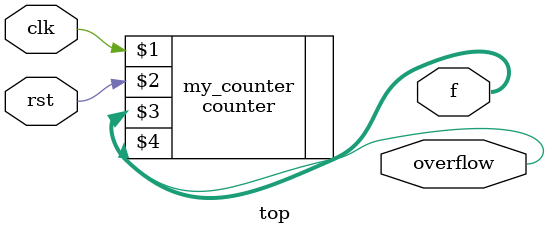
<source format=v>
`include "./counter.v"

parameter DIGITS = 3;

module top(
    input clk,
    input rst,
    output reg [DIGITS:0] f,
    output reg overflow
);
    counter#(DIGITS) my_counter (clk, rst, f, overflow);
endmodule
</source>
